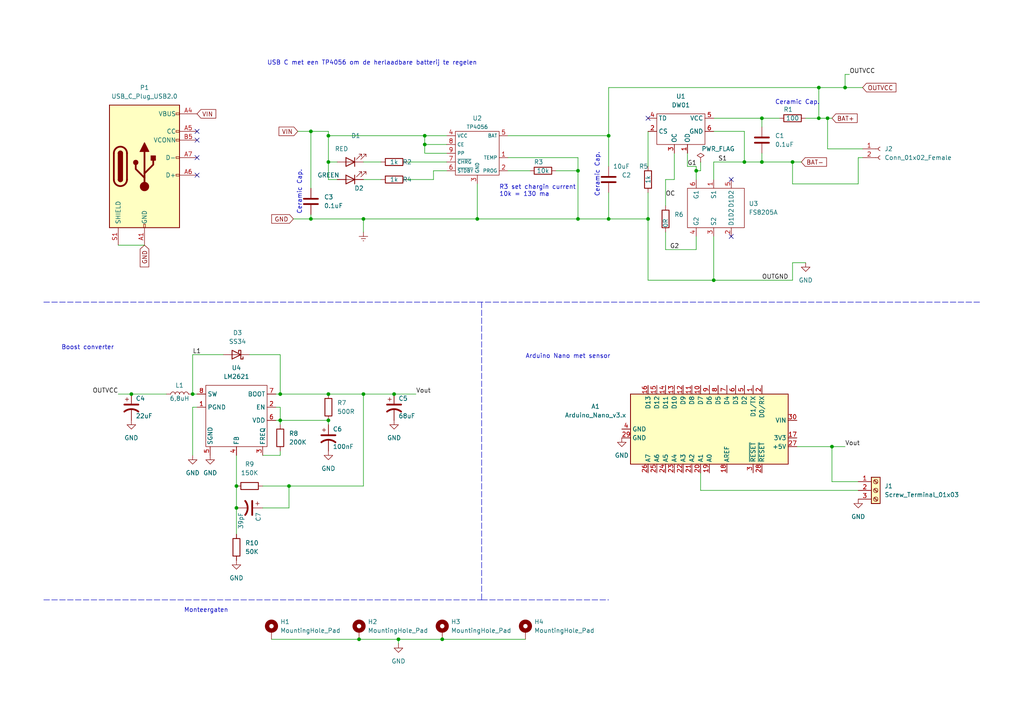
<source format=kicad_sch>
(kicad_sch (version 20211123) (generator eeschema)
  (paper "A4")
  (lib_symbols
    (symbol "Connector:Conn_01x02_Female" (pin_names (offset 1.016) hide)
      (property "Reference" "J" (at 0 2.54 0))
      (property "Value" "Conn_01x02_Female" (at 0 -5.08 0))
      (symbol "Conn_01x02_Female_1_1"
        (arc (start 0 -2.032) (mid -0.508 -2.54) (end 0 -3.048) (stroke (width 0.1524)))
        (polyline (pts (xy -1.27 -2.54) (xy -0.508 -2.54)) (stroke (width 0.1524)))
        (polyline (pts (xy -1.27 0) (xy -0.508 0)) (stroke (width 0.1524)))
        (arc (start 0 0.508) (mid -0.508 0) (end 0 -0.508) (stroke (width 0.1524)))
        (pin passive line (at -5.08 0 0) (length 3.81) (name "Pin_1") (number "1"))
        (pin passive line (at -5.08 -2.54 0) (length 3.81) (name "Pin_2") (number "2"))
      )
    )
    (symbol "Connector:Screw_Terminal_01x03" (pin_names (offset 1.016) hide)
      (property "Reference" "J" (at 0 5.08 0))
      (property "Value" "Screw_Terminal_01x03" (at 0 -5.08 0))
      (symbol "Screw_Terminal_01x03_1_1"
        (rectangle (start -1.27 3.81) (end 1.27 -3.81) (stroke (width 0.254)) (fill (type background)))
        (circle (center 0 -2.54) (radius 0.635) (stroke (width 0.1524)))
        (polyline (pts (xy -0.5334 -2.2098) (xy 0.3302 -3.048)) (stroke (width 0.1524)))
        (polyline (pts (xy -0.5334 0.3302) (xy 0.3302 -0.508)) (stroke (width 0.1524)))
        (polyline (pts (xy -0.5334 2.8702) (xy 0.3302 2.032)) (stroke (width 0.1524)))
        (polyline (pts (xy -0.3556 -2.032) (xy 0.508 -2.8702)) (stroke (width 0.1524)))
        (polyline (pts (xy -0.3556 0.508) (xy 0.508 -0.3302)) (stroke (width 0.1524)))
        (polyline (pts (xy -0.3556 3.048) (xy 0.508 2.2098)) (stroke (width 0.1524)))
        (circle (center 0 0) (radius 0.635) (stroke (width 0.1524)))
        (circle (center 0 2.54) (radius 0.635) (stroke (width 0.1524)))
        (pin passive line (at -5.08 2.54 0) (length 3.81) (name "Pin_1") (number "1"))
        (pin passive line (at -5.08 0 0) (length 3.81) (name "Pin_2") (number "2"))
        (pin passive line (at -5.08 -2.54 0) (length 3.81) (name "Pin_3") (number "3"))
      )
    )
    (symbol "Connector:USB_C_Plug_USB2.0" (pin_names (offset 1.016))
      (property "Reference" "P" (at -10.16 19.05 0))
      (property "Value" "USB_C_Plug_USB2.0" (at 12.7 19.05 0))
      (symbol "USB_C_Plug_USB2.0_0_0"
        (rectangle (start -0.254 -17.78) (end 0.254 -16.764))
        (rectangle (start 10.16 -2.286) (end 9.144 -2.794))
        (rectangle (start 10.16 2.794) (end 9.144 2.286))
        (rectangle (start 10.16 7.874) (end 9.144 7.366))
        (rectangle (start 10.16 10.414) (end 9.144 9.906))
        (rectangle (start 10.16 15.494) (end 9.144 14.986))
      )
      (symbol "USB_C_Plug_USB2.0_0_1"
        (rectangle (start -10.16 17.78) (end 10.16 -17.78) (stroke (width 0.254)) (fill (type background)))
        (arc (start -8.89 -3.81) (mid -6.985 -5.715) (end -5.08 -3.81) (stroke (width 0.508)))
        (arc (start -7.62 -3.81) (mid -6.985 -4.445) (end -6.35 -3.81) (stroke (width 0.254)))
        (arc (start -7.62 -3.81) (mid -6.985 -4.445) (end -6.35 -3.81) (stroke (width 0.254)) (fill (type outline)))
        (rectangle (start -7.62 -3.81) (end -6.35 3.81) (stroke (width 0.254)) (fill (type outline)))
        (arc (start -6.35 3.81) (mid -6.985 4.445) (end -7.62 3.81) (stroke (width 0.254)))
        (arc (start -6.35 3.81) (mid -6.985 4.445) (end -7.62 3.81) (stroke (width 0.254)) (fill (type outline)))
        (arc (start -5.08 3.81) (mid -6.985 5.715) (end -8.89 3.81) (stroke (width 0.508)))
        (circle (center -2.54 1.143) (radius 0.635) (stroke (width 0.254)) (fill (type outline)))
        (circle (center 0 -5.842) (radius 1.27) (fill (type outline)))
        (polyline (pts (xy -8.89 -3.81) (xy -8.89 3.81)) (stroke (width 0.508)))
        (polyline (pts (xy -5.08 3.81) (xy -5.08 -3.81)) (stroke (width 0.508)))
        (polyline (pts (xy 0 -5.842) (xy 0 4.318)) (stroke (width 0.508)))
        (polyline (pts (xy 0 -3.302) (xy -2.54 -0.762) (xy -2.54 0.508)) (stroke (width 0.508)))
        (polyline (pts (xy 0 -2.032) (xy 2.54 0.508) (xy 2.54 1.778)) (stroke (width 0.508)))
        (polyline (pts (xy -1.27 4.318) (xy 0 6.858) (xy 1.27 4.318) (xy -1.27 4.318)) (stroke (width 0.254)) (fill (type outline)))
        (rectangle (start 1.905 1.778) (end 3.175 3.048) (stroke (width 0.254)) (fill (type outline)))
      )
      (symbol "USB_C_Plug_USB2.0_1_1"
        (pin passive line (at 0 -22.86 90) (length 5.08) (name "GND") (number "A1"))
        (pin passive line (at 0 -22.86 90) (length 5.08) hide (name "GND") (number "A12"))
        (pin passive line (at 15.24 15.24 180) (length 5.08) (name "VBUS") (number "A4"))
        (pin bidirectional line (at 15.24 10.16 180) (length 5.08) (name "CC") (number "A5"))
        (pin bidirectional line (at 15.24 -2.54 180) (length 5.08) (name "D+") (number "A6"))
        (pin bidirectional line (at 15.24 2.54 180) (length 5.08) (name "D-") (number "A7"))
        (pin passive line (at 15.24 15.24 180) (length 5.08) hide (name "VBUS") (number "A9"))
        (pin passive line (at 0 -22.86 90) (length 5.08) hide (name "GND") (number "B1"))
        (pin passive line (at 0 -22.86 90) (length 5.08) hide (name "GND") (number "B12"))
        (pin passive line (at 15.24 15.24 180) (length 5.08) hide (name "VBUS") (number "B4"))
        (pin bidirectional line (at 15.24 7.62 180) (length 5.08) (name "VCONN") (number "B5"))
        (pin passive line (at 15.24 15.24 180) (length 5.08) hide (name "VBUS") (number "B9"))
        (pin passive line (at -7.62 -22.86 90) (length 5.08) (name "SHIELD") (number "S1"))
      )
    )
    (symbol "Device:C" (pin_numbers hide) (pin_names (offset 0.254))
      (property "Reference" "C" (at 0.635 2.54 0))
      (property "Value" "C" (at 0.635 -2.54 0))
      (symbol "C_0_1"
        (polyline (pts (xy -2.032 -0.762) (xy 2.032 -0.762)) (stroke (width 0.508)))
        (polyline (pts (xy -2.032 0.762) (xy 2.032 0.762)) (stroke (width 0.508)))
      )
      (symbol "C_1_1"
        (pin passive line (at 0 3.81 270) (length 2.794) (name "~") (number "1"))
        (pin passive line (at 0 -3.81 90) (length 2.794) (name "~") (number "2"))
      )
    )
    (symbol "Device:C_Polarized_US" (pin_numbers hide) (pin_names (offset 0.254) hide)
      (property "Reference" "C" (at 0.635 2.54 0))
      (property "Value" "C_Polarized_US" (at 0.635 -2.54 0))
      (symbol "C_Polarized_US_0_1"
        (polyline (pts (xy -2.032 0.762) (xy 2.032 0.762)) (stroke (width 0.508)))
        (polyline (pts (xy -1.778 2.286) (xy -0.762 2.286)))
        (polyline (pts (xy -1.27 1.778) (xy -1.27 2.794)))
        (arc (start 2.032 -1.27) (mid 0 -0.5572) (end -2.032 -1.27) (stroke (width 0.508)))
      )
      (symbol "C_Polarized_US_1_1"
        (pin passive line (at 0 3.81 270) (length 2.794) (name "~") (number "1"))
        (pin passive line (at 0 -3.81 90) (length 3.302) (name "~") (number "2"))
      )
    )
    (symbol "Device:D_Schottky" (pin_numbers hide) (pin_names (offset 1.016) hide)
      (property "Reference" "D" (at 0 2.54 0))
      (property "Value" "D_Schottky" (at 0 -2.54 0))
      (symbol "D_Schottky_0_1"
        (polyline (pts (xy 1.27 0) (xy -1.27 0)))
        (polyline (pts (xy 1.27 1.27) (xy 1.27 -1.27) (xy -1.27 0) (xy 1.27 1.27)) (stroke (width 0.254)))
        (polyline (pts (xy -1.905 0.635) (xy -1.905 1.27) (xy -1.27 1.27) (xy -1.27 -1.27) (xy -0.635 -1.27) (xy -0.635 -0.635)) (stroke (width 0.254)))
      )
      (symbol "D_Schottky_1_1"
        (pin passive line (at -3.81 0 0) (length 2.54) (name "K") (number "1"))
        (pin passive line (at 3.81 0 180) (length 2.54) (name "A") (number "2"))
      )
    )
    (symbol "Device:L" (pin_numbers hide) (pin_names (offset 1.016) hide)
      (property "Reference" "L" (at -1.27 0 90))
      (property "Value" "L" (at 1.905 0 90))
      (symbol "L_0_1"
        (arc (start 0 -2.54) (mid 0.635 -1.905) (end 0 -1.27))
        (arc (start 0 -1.27) (mid 0.635 -0.635) (end 0 0))
        (arc (start 0 0) (mid 0.635 0.635) (end 0 1.27))
        (arc (start 0 1.27) (mid 0.635 1.905) (end 0 2.54))
      )
      (symbol "L_1_1"
        (pin passive line (at 0 3.81 270) (length 1.27) (name "1") (number "1"))
        (pin passive line (at 0 -3.81 90) (length 1.27) (name "2") (number "2"))
      )
    )
    (symbol "Device:LED" (pin_numbers hide) (pin_names (offset 1.016) hide)
      (property "Reference" "D" (at 0 2.54 0))
      (property "Value" "LED" (at 0 -2.54 0))
      (symbol "LED_0_1"
        (polyline (pts (xy -1.27 -1.27) (xy -1.27 1.27)) (stroke (width 0.254)))
        (polyline (pts (xy -1.27 0) (xy 1.27 0)))
        (polyline (pts (xy 1.27 -1.27) (xy 1.27 1.27) (xy -1.27 0) (xy 1.27 -1.27)) (stroke (width 0.254)))
        (polyline (pts (xy -3.048 -0.762) (xy -4.572 -2.286) (xy -3.81 -2.286) (xy -4.572 -2.286) (xy -4.572 -1.524)))
        (polyline (pts (xy -1.778 -0.762) (xy -3.302 -2.286) (xy -2.54 -2.286) (xy -3.302 -2.286) (xy -3.302 -1.524)))
      )
      (symbol "LED_1_1"
        (pin passive line (at -3.81 0 0) (length 2.54) (name "K") (number "1"))
        (pin passive line (at 3.81 0 180) (length 2.54) (name "A") (number "2"))
      )
    )
    (symbol "Device:R" (pin_numbers hide) (pin_names (offset 0))
      (property "Reference" "R" (at 2.032 0 90))
      (property "Value" "R" (at 0 0 90))
      (symbol "R_0_1"
        (rectangle (start -1.016 -2.54) (end 1.016 2.54) (stroke (width 0.254)))
      )
      (symbol "R_1_1"
        (pin passive line (at 0 3.81 270) (length 1.27) (name "~") (number "1"))
        (pin passive line (at 0 -3.81 90) (length 1.27) (name "~") (number "2"))
      )
    )
    (symbol "MCU_Module:Arduino_Nano_v3.x"
      (property "Reference" "A" (at -10.16 23.495 0))
      (property "Value" "Arduino_Nano_v3.x" (at 5.08 -24.13 0))
      (symbol "Arduino_Nano_v3.x_0_1"
        (rectangle (start -10.16 22.86) (end 10.16 -22.86) (stroke (width 0.254)) (fill (type background)))
      )
      (symbol "Arduino_Nano_v3.x_1_1"
        (pin bidirectional line (at -12.7 12.7 0) (length 2.54) (name "D1/TX") (number "1"))
        (pin bidirectional line (at -12.7 -2.54 0) (length 2.54) (name "D7") (number "10"))
        (pin bidirectional line (at -12.7 -5.08 0) (length 2.54) (name "D8") (number "11"))
        (pin bidirectional line (at -12.7 -7.62 0) (length 2.54) (name "D9") (number "12"))
        (pin bidirectional line (at -12.7 -10.16 0) (length 2.54) (name "D10") (number "13"))
        (pin bidirectional line (at -12.7 -12.7 0) (length 2.54) (name "D11") (number "14"))
        (pin bidirectional line (at -12.7 -15.24 0) (length 2.54) (name "D12") (number "15"))
        (pin bidirectional line (at -12.7 -17.78 0) (length 2.54) (name "D13") (number "16"))
        (pin power_out line (at 2.54 25.4 270) (length 2.54) (name "3V3") (number "17"))
        (pin input line (at 12.7 5.08 180) (length 2.54) (name "AREF") (number "18"))
        (pin bidirectional line (at 12.7 0 180) (length 2.54) (name "A0") (number "19"))
        (pin bidirectional line (at -12.7 15.24 0) (length 2.54) (name "D0/RX") (number "2"))
        (pin bidirectional line (at 12.7 -2.54 180) (length 2.54) (name "A1") (number "20"))
        (pin bidirectional line (at 12.7 -5.08 180) (length 2.54) (name "A2") (number "21"))
        (pin bidirectional line (at 12.7 -7.62 180) (length 2.54) (name "A3") (number "22"))
        (pin bidirectional line (at 12.7 -10.16 180) (length 2.54) (name "A4") (number "23"))
        (pin bidirectional line (at 12.7 -12.7 180) (length 2.54) (name "A5") (number "24"))
        (pin bidirectional line (at 12.7 -15.24 180) (length 2.54) (name "A6") (number "25"))
        (pin bidirectional line (at 12.7 -17.78 180) (length 2.54) (name "A7") (number "26"))
        (pin power_out line (at 5.08 25.4 270) (length 2.54) (name "+5V") (number "27"))
        (pin input line (at 12.7 15.24 180) (length 2.54) (name "~{RESET}") (number "28"))
        (pin power_in line (at 2.54 -25.4 90) (length 2.54) (name "GND") (number "29"))
        (pin input line (at 12.7 12.7 180) (length 2.54) (name "~{RESET}") (number "3"))
        (pin power_in line (at -2.54 25.4 270) (length 2.54) (name "VIN") (number "30"))
        (pin power_in line (at 0 -25.4 90) (length 2.54) (name "GND") (number "4"))
        (pin bidirectional line (at -12.7 10.16 0) (length 2.54) (name "D2") (number "5"))
        (pin bidirectional line (at -12.7 7.62 0) (length 2.54) (name "D3") (number "6"))
        (pin bidirectional line (at -12.7 5.08 0) (length 2.54) (name "D4") (number "7"))
        (pin bidirectional line (at -12.7 2.54 0) (length 2.54) (name "D5") (number "8"))
        (pin bidirectional line (at -12.7 0 0) (length 2.54) (name "D6") (number "9"))
      )
    )
    (symbol "Mechanical:MountingHole_Pad" (pin_numbers hide) (pin_names (offset 1.016) hide)
      (property "Reference" "H" (at 0 6.35 0))
      (property "Value" "MountingHole_Pad" (at 0 4.445 0))
      (symbol "MountingHole_Pad_0_1"
        (circle (center 0 1.27) (radius 1.27) (stroke (width 1.27)))
      )
      (symbol "MountingHole_Pad_1_1"
        (pin input line (at 0 -2.54 90) (length 2.54) (name "1") (number "1"))
      )
    )
    (symbol "biosensor_lib:LM2621"
      (property "Reference" "U" (at 0 10.16 0))
      (property "Value" "LM2621" (at 0 -1.27 0))
      (symbol "LM2621_0_1"
        (rectangle (start -8.89 8.89) (end 8.89 -8.89))
      )
      (symbol "LM2621_1_1"
        (pin input line (at -11.43 2.54 0) (length 2.54) (name "PGND") (number "1"))
        (pin input line (at 11.43 2.54 180) (length 2.54) (name "EN") (number "2"))
        (pin input line (at 7.62 -11.43 90) (length 2.54) (name "FREQ") (number "3"))
        (pin input line (at 0 -11.43 90) (length 2.54) (name "FB") (number "4"))
        (pin input line (at -7.62 -11.43 90) (length 2.54) (name "SGND") (number "5"))
        (pin input line (at 11.43 -1.27 180) (length 2.54) (name "VDD") (number "6"))
        (pin input line (at 11.43 6.35 180) (length 2.54) (name "BOOT") (number "7"))
        (pin input line (at -11.43 6.35 0) (length 2.54) (name "SW") (number "8"))
      )
    )
    (symbol "dw01:DW01"
      (property "Reference" "U" (at 1.27 10.16 0))
      (property "Value" "DW01" (at 11.43 10.16 0))
      (symbol "DW01_0_1"
        (rectangle (start 0 8.89) (end 13.97 0))
      )
      (symbol "DW01_1_1"
        (pin input line (at 8.89 -2.54 90) (length 2.54) (name "OD") (number "1"))
        (pin input line (at -2.54 3.81 0) (length 2.54) (name "CS") (number "2"))
        (pin input line (at 5.08 -2.54 90) (length 2.54) (name "OC") (number "3"))
        (pin input line (at -2.54 7.62 0) (length 2.54) (name "TD") (number "4"))
        (pin input line (at 16.51 7.62 180) (length 2.54) (name "VCC") (number "5"))
        (pin input line (at 16.51 3.81 180) (length 2.54) (name "GND") (number "6"))
      )
    )
    (symbol "fs8205:FS8205A"
      (property "Reference" "U" (at 1.27 5.08 0))
      (property "Value" "FS8205A" (at -1.27 8.89 90))
      (symbol "FS8205A_0_1"
        (rectangle (start 0 11.43) (end 16.51 0))
      )
      (symbol "FS8205A_1_1"
        (pin input line (at 7.62 13.97 270) (length 2.54) (name "S1") (number "1"))
        (pin input line (at 12.7 -2.54 90) (length 2.54) (name "D1D2") (number "2"))
        (pin input line (at 7.62 -2.54 90) (length 2.54) (name "S2") (number "3"))
        (pin input line (at 2.54 -2.54 90) (length 2.54) (name "G2") (number "4"))
        (pin input line (at 12.7 13.97 270) (length 2.54) (name "D1D2") (number "5"))
        (pin input line (at 2.54 13.97 270) (length 2.54) (name "G1") (number "6"))
      )
    )
    (symbol "power:Earth" (power) (pin_names (offset 0))
      (symbol "Earth_0_1"
        (polyline (pts (xy -0.635 -1.905) (xy 0.635 -1.905)))
        (polyline (pts (xy -0.127 -2.54) (xy 0.127 -2.54)))
        (polyline (pts (xy 0 -1.27) (xy 0 0)))
        (polyline (pts (xy 1.27 -1.27) (xy -1.27 -1.27)))
      )
      (symbol "Earth_1_1"
        (pin power_in line (at 0 0 270) (length 0) hide (name "Earth") (number "1"))
      )
    )
    (symbol "power:GND" (power) (pin_names (offset 0))
      (property "Value" "GND" (at 0 -3.81 0))
      (symbol "GND_0_1"
        (polyline (pts (xy 0 0) (xy 0 -1.27) (xy 1.27 -1.27) (xy 0 -2.54) (xy -1.27 -1.27) (xy 0 -1.27)))
      )
      (symbol "GND_1_1"
        (pin power_in line (at 0 0 270) (length 0) hide (name "GND") (number "1"))
      )
    )
    (symbol "power:PWR_FLAG" (power) (pin_numbers hide) (pin_names (offset 0) hide)
      (property "Value" "PWR_FLAG" (at 0 3.81 0))
      (symbol "PWR_FLAG_0_0"
        (pin power_out line (at 0 0 90) (length 0) (name "pwr") (number "1"))
      )
      (symbol "PWR_FLAG_0_1"
        (polyline (pts (xy 0 0) (xy 0 1.27) (xy -1.016 1.905) (xy 0 2.54) (xy 1.016 1.905) (xy 0 1.27)))
      )
    )
    (symbol "tp4056:TP4056"
      (property "Reference" "U" (at 1.27 13.97 0))
      (property "Value" "TP4056" (at 8.89 13.97 0))
      (symbol "TP4056_0_1"
        (rectangle (start 0 12.7) (end 12.7 0))
      )
      (symbol "TP4056_1_1"
        (pin input line (at 15.24 5.08 180) (length 2.54) (name "TEMP") (number "1"))
        (pin input line (at 15.24 1.27 180) (length 2.54) (name "PROG") (number "2"))
        (pin input line (at 6.35 -2.54 90) (length 2.54) (name "GND") (number "3"))
        (pin input line (at -2.54 11.43 0) (length 2.54) (name "VCC") (number "4"))
        (pin input line (at 15.24 11.43 180) (length 2.54) (name "BAT") (number "5"))
        (pin input line (at -2.54 1.27 0) (length 2.54) (name "~{STDBY}") (number "6"))
        (pin input line (at -2.54 3.81 0) (length 2.54) (name "~{CHRG}") (number "7"))
        (pin input line (at -2.54 8.89 0) (length 2.54) (name "CE") (number "8"))
        (pin input line (at -2.54 6.35 0) (length 2.54) (name "PP") (number "9"))
      )
    )
  )
  (junction (at 38.1 114.3))
  (junction (at 104.14 185.42))
  (junction (at 81.28 121.92))
  (junction (at 167.64 63.5))
  (junction (at 229.87 46.99))
  (junction (at 220.98 46.99))
  (junction (at 95.25 114.3))
  (junction (at 240.03 34.29))
  (junction (at 83.82 140.97))
  (junction (at 237.49 34.29))
  (junction (at 81.28 114.3))
  (junction (at 90.17 63.5))
  (junction (at 68.58 140.97))
  (junction (at 123.19 41.91))
  (junction (at 105.41 63.5))
  (junction (at 128.27 185.42))
  (junction (at 241.3 129.54))
  (junction (at 138.43 63.5))
  (junction (at 176.53 63.5))
  (junction (at 220.98 34.29))
  (junction (at 123.19 39.37))
  (junction (at 105.41 114.3))
  (junction (at 201.93 49.53))
  (junction (at 207.01 81.28))
  (junction (at 237.49 25.4))
  (junction (at 115.57 185.42))
  (junction (at 55.88 114.3))
  (junction (at 68.58 147.32))
  (junction (at 215.9 46.99))
  (junction (at 95.25 46.99))
  (junction (at 167.64 49.53))
  (junction (at 90.17 38.1))
  (junction (at 245.11 25.4))
  (junction (at 114.3 114.3))
  (junction (at 176.53 39.37))
  (junction (at 95.25 121.92))
  (junction (at 95.25 39.37))
  (junction (at 187.96 63.5))
  (no_connect (at 212.09 68.58))
  (no_connect (at 57.15 38.1))
  (no_connect (at 187.96 34.29))
  (no_connect (at 57.15 45.72))
  (no_connect (at 57.15 50.8))
  (no_connect (at 212.09 52.07))
  (no_connect (at 57.15 40.64))
  (wire (pts (xy 97.79 52.07) (xy 95.25 52.07)))
  (wire (pts (xy 68.58 147.32) (xy 68.58 154.94)))
  (wire (pts (xy 55.88 118.11) (xy 57.15 118.11)))
  (wire (pts (xy 115.57 185.42) (xy 128.27 185.42)))
  (wire (pts (xy 220.98 34.29) (xy 226.06 34.29)))
  (wire (pts (xy 201.93 72.39) (xy 201.93 68.58)))
  (polyline (pts (xy 12.7 173.99) (xy 139.7 173.99)))
  (wire (pts (xy 90.17 62.23) (xy 90.17 63.5)))
  (wire (pts (xy 195.58 52.07) (xy 193.04 52.07)))
  (wire (pts (xy 237.49 25.4) (xy 237.49 34.29)))
  (wire (pts (xy 147.32 39.37) (xy 176.53 39.37)))
  (wire (pts (xy 207.01 34.29) (xy 220.98 34.29)))
  (wire (pts (xy 129.54 44.45) (xy 123.19 44.45)))
  (wire (pts (xy 195.58 44.45) (xy 195.58 52.07)))
  (wire (pts (xy 161.29 49.53) (xy 167.64 49.53)))
  (wire (pts (xy 241.3 139.7) (xy 248.92 139.7)))
  (wire (pts (xy 95.25 38.1) (xy 95.25 39.37)))
  (wire (pts (xy 123.19 41.91) (xy 123.19 44.45)))
  (wire (pts (xy 105.41 52.07) (xy 110.49 52.07)))
  (wire (pts (xy 203.2 137.16) (xy 203.2 142.24)))
  (wire (pts (xy 90.17 38.1) (xy 90.17 54.61)))
  (wire (pts (xy 237.49 34.29) (xy 240.03 34.29)))
  (wire (pts (xy 199.39 44.45) (xy 199.39 48.26)))
  (wire (pts (xy 233.68 34.29) (xy 237.49 34.29)))
  (wire (pts (xy 240.03 34.29) (xy 241.3 34.29)))
  (wire (pts (xy 123.19 39.37) (xy 129.54 39.37)))
  (wire (pts (xy 193.04 67.31) (xy 193.04 72.39)))
  (wire (pts (xy 245.11 25.4) (xy 250.19 25.4)))
  (wire (pts (xy 105.41 46.99) (xy 110.49 46.99)))
  (wire (pts (xy 176.53 63.5) (xy 187.96 63.5)))
  (wire (pts (xy 95.25 46.99) (xy 97.79 46.99)))
  (wire (pts (xy 176.53 25.4) (xy 237.49 25.4)))
  (wire (pts (xy 176.53 25.4) (xy 176.53 39.37)))
  (wire (pts (xy 76.2 147.32) (xy 83.82 147.32)))
  (wire (pts (xy 167.64 63.5) (xy 176.53 63.5)))
  (wire (pts (xy 220.98 44.45) (xy 220.98 46.99)))
  (wire (pts (xy 215.9 46.99) (xy 220.98 46.99)))
  (wire (pts (xy 48.26 114.3) (xy 38.1 114.3)))
  (wire (pts (xy 199.39 48.26) (xy 201.93 48.26)))
  (wire (pts (xy 187.96 55.88) (xy 187.96 63.5)))
  (wire (pts (xy 86.36 38.1) (xy 90.17 38.1)))
  (wire (pts (xy 81.28 132.08) (xy 81.28 130.81)))
  (wire (pts (xy 245.11 21.59) (xy 246.38 21.59)))
  (wire (pts (xy 207.01 68.58) (xy 207.01 81.28)))
  (wire (pts (xy 83.82 140.97) (xy 105.41 140.97)))
  (wire (pts (xy 114.3 114.3) (xy 120.65 114.3)))
  (wire (pts (xy 80.01 118.11) (xy 81.28 118.11)))
  (wire (pts (xy 95.25 114.3) (xy 105.41 114.3)))
  (wire (pts (xy 207.01 46.99) (xy 215.9 46.99)))
  (wire (pts (xy 241.3 129.54) (xy 241.3 139.7)))
  (wire (pts (xy 68.58 140.97) (xy 68.58 147.32)))
  (wire (pts (xy 125.73 52.07) (xy 118.11 52.07)))
  (wire (pts (xy 203.2 46.99) (xy 203.2 49.53)))
  (polyline (pts (xy 12.7 87.63) (xy 284.48 87.63)))
  (wire (pts (xy 95.25 39.37) (xy 123.19 39.37)))
  (wire (pts (xy 176.53 39.37) (xy 176.53 48.26)))
  (wire (pts (xy 83.82 140.97) (xy 83.82 147.32)))
  (wire (pts (xy 80.01 114.3) (xy 81.28 114.3)))
  (wire (pts (xy 229.87 46.99) (xy 229.87 53.34)))
  (wire (pts (xy 95.25 46.99) (xy 95.25 39.37)))
  (wire (pts (xy 81.28 102.87) (xy 72.39 102.87)))
  (wire (pts (xy 167.64 45.72) (xy 167.64 49.53)))
  (wire (pts (xy 138.43 63.5) (xy 167.64 63.5)))
  (wire (pts (xy 220.98 34.29) (xy 220.98 36.83)))
  (wire (pts (xy 147.32 45.72) (xy 167.64 45.72)))
  (wire (pts (xy 95.25 52.07) (xy 95.25 46.99)))
  (wire (pts (xy 34.29 71.12) (xy 41.91 71.12)))
  (wire (pts (xy 76.2 132.08) (xy 81.28 132.08)))
  (wire (pts (xy 147.32 49.53) (xy 153.67 49.53)))
  (wire (pts (xy 105.41 114.3) (xy 105.41 140.97)))
  (wire (pts (xy 207.01 38.1) (xy 215.9 38.1)))
  (wire (pts (xy 207.01 81.28) (xy 229.87 81.28)))
  (wire (pts (xy 138.43 53.34) (xy 138.43 63.5)))
  (wire (pts (xy 248.92 45.72) (xy 250.19 45.72)))
  (wire (pts (xy 215.9 38.1) (xy 215.9 46.99)))
  (wire (pts (xy 240.03 34.29) (xy 240.03 43.18)))
  (wire (pts (xy 115.57 185.42) (xy 115.57 186.69)))
  (polyline (pts (xy 139.7 173.99) (xy 176.53 173.99)))
  (wire (pts (xy 187.96 38.1) (xy 187.96 48.26)))
  (wire (pts (xy 207.01 52.07) (xy 207.01 46.99)))
  (wire (pts (xy 104.14 185.42) (xy 115.57 185.42)))
  (wire (pts (xy 123.19 41.91) (xy 129.54 41.91)))
  (wire (pts (xy 245.11 21.59) (xy 245.11 25.4)))
  (wire (pts (xy 90.17 63.5) (xy 105.41 63.5)))
  (wire (pts (xy 187.96 63.5) (xy 187.96 81.28)))
  (wire (pts (xy 187.96 81.28) (xy 207.01 81.28)))
  (wire (pts (xy 81.28 121.92) (xy 95.25 121.92)))
  (wire (pts (xy 68.58 132.08) (xy 68.58 140.97)))
  (wire (pts (xy 55.88 132.08) (xy 55.88 118.11)))
  (wire (pts (xy 78.74 185.42) (xy 104.14 185.42)))
  (wire (pts (xy 248.92 53.34) (xy 248.92 45.72)))
  (wire (pts (xy 125.73 49.53) (xy 125.73 52.07)))
  (wire (pts (xy 123.19 39.37) (xy 123.19 41.91)))
  (wire (pts (xy 237.49 25.4) (xy 245.11 25.4)))
  (wire (pts (xy 105.41 114.3) (xy 114.3 114.3)))
  (wire (pts (xy 34.29 114.3) (xy 38.1 114.3)))
  (wire (pts (xy 85.09 63.5) (xy 90.17 63.5)))
  (wire (pts (xy 201.93 49.53) (xy 201.93 52.07)))
  (wire (pts (xy 55.88 114.3) (xy 57.15 114.3)))
  (wire (pts (xy 76.2 140.97) (xy 83.82 140.97)))
  (wire (pts (xy 105.41 63.5) (xy 105.41 67.31)))
  (wire (pts (xy 81.28 123.19) (xy 81.28 121.92)))
  (wire (pts (xy 81.28 114.3) (xy 95.25 114.3)))
  (polyline (pts (xy 139.7 87.63) (xy 139.7 173.99)))
  (wire (pts (xy 129.54 49.53) (xy 125.73 49.53)))
  (wire (pts (xy 229.87 53.34) (xy 248.92 53.34)))
  (wire (pts (xy 193.04 52.07) (xy 193.04 59.69)))
  (wire (pts (xy 81.28 118.11) (xy 81.28 121.92)))
  (wire (pts (xy 241.3 129.54) (xy 245.11 129.54)))
  (wire (pts (xy 229.87 76.2) (xy 233.68 76.2)))
  (wire (pts (xy 80.01 121.92) (xy 81.28 121.92)))
  (wire (pts (xy 193.04 72.39) (xy 201.93 72.39)))
  (wire (pts (xy 203.2 142.24) (xy 248.92 142.24)))
  (wire (pts (xy 55.88 114.3) (xy 55.88 102.87)))
  (wire (pts (xy 105.41 63.5) (xy 138.43 63.5)))
  (wire (pts (xy 81.28 114.3) (xy 81.28 102.87)))
  (wire (pts (xy 203.2 49.53) (xy 201.93 49.53)))
  (wire (pts (xy 201.93 48.26) (xy 201.93 49.53)))
  (wire (pts (xy 231.14 129.54) (xy 241.3 129.54)))
  (wire (pts (xy 176.53 55.88) (xy 176.53 63.5)))
  (wire (pts (xy 250.19 43.18) (xy 240.03 43.18)))
  (wire (pts (xy 118.11 46.99) (xy 129.54 46.99)))
  (wire (pts (xy 229.87 46.99) (xy 232.41 46.99)))
  (wire (pts (xy 220.98 46.99) (xy 229.87 46.99)))
  (wire (pts (xy 167.64 49.53) (xy 167.64 63.5)))
  (wire (pts (xy 229.87 76.2) (xy 229.87 81.28)))
  (wire (pts (xy 55.88 102.87) (xy 64.77 102.87)))
  (wire (pts (xy 90.17 38.1) (xy 95.25 38.1)))
  (wire (pts (xy 95.25 121.92) (xy 95.25 123.19)))
  (wire (pts (xy 128.27 185.42) (xy 152.4 185.42)))
  (text "R3 set chargin current\n10k = 130 ma" (at 144.78 57.15 0) (effects (font (size 1.27 1.27)) (justify left bottom)))
  (text "Boost converter\n" (at 17.78 101.6 0) (effects (font (size 1.27 1.27)) (justify left bottom)))
  (text "Arduino Nano met sensor" (at 152.4 104.14 0) (effects (font (size 1.27 1.27)) (justify left bottom)))
  (text "Ceramic Cap." (at 224.79 30.48 0) (effects (font (size 1.27 1.27)) (justify left bottom)))
  (text "Ceramic Cap." (at 173.99 57.15 90) (effects (font (size 1.27 1.27)) (justify left bottom)))
  (text "Monteergaten" (at 53.34 177.8 0) (effects (font (size 1.27 1.27)) (justify left bottom)))
  (text "Ceramic Cap." (at 87.63 62.23 90) (effects (font (size 1.27 1.27)) (justify left bottom)))
  (text "USB C met een TP4056 om de herlaadbare batterij te regelen" (at 77.47 19.05 0) (effects (font (size 1.27 1.27)) (justify left bottom)))
  (label "OC" (at 193.04 57.15 0))
  (label "L1" (at 55.88 102.87 0))
  (label "Vout" (at 245.11 129.54 0))
  (label "G2" (at 194.31 72.39 0))
  (label "OUTGND" (at 220.98 81.28 0))
  (label "OUTVCC" (at 246.38 21.59 0))
  (label "Vout" (at 120.65 114.3 0))
  (label "G1" (at 199.39 48.26 0))
  (label "OUTVCC" (at 34.29 114.3 180))
  (label "S1" (at 208.28 46.99 0))
  (global_label "GND" (shape input) (at 85.09 63.5 180) (property "Intersheet References" "${INTERSHEET_REFS}" (effects hide)))
  (global_label "VIN" (shape input) (at 86.36 38.1 180) (property "Intersheet References" "${INTERSHEET_REFS}" (effects hide)))
  (global_label "BAT+" (shape input) (at 241.3 34.29 0) (property "Intersheet References" "${INTERSHEET_REFS}" (effects hide)))
  (global_label "OUTVCC" (shape input) (at 250.19 25.4 0) (property "Intersheet References" "${INTERSHEET_REFS}" (effects hide)))
  (global_label "BAT-" (shape input) (at 232.41 46.99 0) (property "Intersheet References" "${INTERSHEET_REFS}" (effects hide)))
  (global_label "VIN" (shape input) (at 57.15 33.02 0) (property "Intersheet References" "${INTERSHEET_REFS}" (effects hide)))
  (global_label "GND" (shape input) (at 41.91 71.12 270) (property "Intersheet References" "${INTERSHEET_REFS}" (effects hide)))
  (symbol (lib_id "Mechanical:MountingHole_Pad") (at 104.14 182.88 0) (unit 1)
    (property "Reference" "H2" (at 106.68 180.3399 0) (effects (justify left)))
    (property "Value" "MountingHole_Pad" (at 106.68 182.8799 0) (effects (justify left)))
    (property "Footprint" "MountingHole:MountingHole_2.7mm_Pad_Via" (effects hide))
  )
  (symbol (lib_id "Connector:USB_C_Plug_USB2.0") (at 41.91 48.26 0) (unit 1)
    (property "Reference" "P1" (at 41.91 25.4 0))
    (property "Value" "USB_C_Plug_USB2.0" (at 41.91 27.94 0))
    (property "Footprint" "Connector_USB:USB_C_Receptacle_HRO_TYPE-C-31-M-12" (effects hide))
    (property "Datasheet" "https://www.usb.org/sites/default/files/documents/usb_type-c.zip" (effects hide))
  )
  (symbol (lib_id "Device:D_Schottky") (at 68.58 102.87 180) (unit 1)
    (property "Reference" "D3" (at 68.8975 96.52 0))
    (property "Value" "SS34" (at 68.8975 99.06 0))
    (property "Footprint" "Diode_SMD:D_SMA_Handsoldering" (effects hide))
  )
  (symbol (lib_id "power:Earth") (at 105.41 67.31 0) (unit 1)
    (property "Reference" "#PWR0104" (effects hide))
    (property "Value" "Earth" (effects hide))
  )
  (symbol (lib_id "Device:L") (at 52.07 114.3 90) (unit 1)
    (property "Reference" "L1" (at 52.07 111.76 90))
    (property "Value" "6,8uH" (at 52.07 115.57 90))
    (property "Footprint" "Inductor_SMD:L_12x12mm_H8mm" (effects hide))
  )
  (symbol (lib_id "Connector:Conn_01x02_Female") (at 255.27 43.18 0) (unit 1)
    (property "Reference" "J2" (at 256.54 43.1799 0) (effects (justify left)))
    (property "Value" "Conn_01x02_Female" (at 256.54 45.7199 0) (effects (justify left)))
    (property "Footprint" "Connector_Molex:Molex_PicoBlade_53048-0210_1x02_P1.25mm_Horizontal" (effects hide))
  )
  (symbol (lib_id "Device:R") (at 95.25 118.11 0) (unit 1)
    (property "Reference" "R7" (at 97.79 116.8399 0) (effects (justify left)))
    (property "Value" "500R" (at 97.79 119.3799 0) (effects (justify left)))
    (property "Footprint" "Resistor_SMD:R_0603_1608Metric" (effects hide))
  )
  (symbol (lib_id "Device:R") (at 81.28 127 0) (unit 1)
    (property "Reference" "R8" (at 83.82 125.7299 0) (effects (justify left)))
    (property "Value" "200K" (at 83.82 128.2699 0) (effects (justify left)))
    (property "Footprint" "Resistor_SMD:R_0603_1608Metric" (effects hide))
  )
  (symbol (lib_id "Device:C_Polarized_US") (at 72.39 147.32 270) (unit 1)
    (property "Reference" "C7" (at 74.93 148.59 0) (effects (justify left)))
    (property "Value" "39pF" (at 69.85 148.59 0) (effects (justify left)))
    (property "Footprint" "Capacitor_SMD:C_0805_2012Metric_Pad1.18x1.45mm_HandSolder" (effects hide))
  )
  (symbol (lib_id "Device:C_Polarized_US") (at 114.3 118.11 0) (unit 1)
    (property "Reference" "C5" (at 115.57 115.57 0) (effects (justify left)))
    (property "Value" "68uF" (at 115.57 120.65 0) (effects (justify left)))
    (property "Footprint" "Capacitor_SMD:C_2225_5664Metric_Pad1.80x6.60mm_HandSolder" (effects hide))
  )
  (symbol (lib_id "Mechanical:MountingHole_Pad") (at 152.4 182.88 0) (unit 1)
    (property "Reference" "H4" (at 154.94 180.3399 0) (effects (justify left)))
    (property "Value" "MountingHole_Pad" (at 154.94 182.8799 0) (effects (justify left)))
    (property "Footprint" "MountingHole:MountingHole_2.7mm_Pad_Via" (effects hide))
  )
  (symbol (lib_id "dw01:DW01") (at 190.5 41.91 0) (unit 1)
    (property "Reference" "U1" (at 197.485 27.94 0))
    (property "Value" "DW01" (at 197.485 30.48 0))
    (property "Footprint" "Package_TO_SOT_SMD:SOT-23-6_Handsoldering" (effects hide))
  )
  (symbol (lib_id "Device:C_Polarized_US") (at 95.25 127 0) (unit 1)
    (property "Reference" "C6" (at 96.52 124.46 0) (effects (justify left)))
    (property "Value" "100nF" (at 96.52 129.54 0) (effects (justify left)))
    (property "Footprint" "Capacitor_SMD:C_0603_1608Metric_Pad1.08x0.95mm_HandSolder" (effects hide))
  )
  (symbol (lib_id "power:GND") (at 95.25 130.81 0) (unit 1)
    (property "Reference" "#PWR0107" (effects hide))
    (property "Value" "GND" (at 95.25 135.89 0))
  )
  (symbol (lib_id "power:GND") (at 233.68 76.2 0) (unit 1)
    (property "Reference" "#PWR0103" (effects hide))
    (property "Value" "GND" (at 233.68 81.28 0))
  )
  (symbol (lib_id "power:GND") (at 55.88 132.08 0) (mirror y) (unit 1)
    (property "Reference" "#PWR0109" (effects hide))
    (property "Value" "GND" (at 55.88 137.16 0))
  )
  (symbol (lib_id "Device:LED") (at 101.6 46.99 180) (unit 1)
    (property "Reference" "D1" (at 103.1875 39.37 0))
    (property "Value" "RED" (at 99.06 43.18 0))
    (property "Footprint" "LED_SMD:LED_0805_2012Metric_Pad1.15x1.40mm_HandSolder" (effects hide))
  )
  (symbol (lib_id "Device:R") (at 68.58 158.75 0) (unit 1)
    (property "Reference" "R10" (at 71.12 157.4799 0) (effects (justify left)))
    (property "Value" "50K" (at 71.12 160.0199 0) (effects (justify left)))
    (property "Footprint" "Resistor_SMD:R_0603_1608Metric" (effects hide))
  )
  (symbol (lib_id "tp4056:TP4056") (at 132.08 50.8 0) (unit 1)
    (property "Reference" "U2" (at 138.43 34.29 0))
    (property "Value" "TP4056" (at 138.43 36.83 0) (effects (font (size 1.1 1.1))))
    (property "Footprint" "Package_SO:SOIC-8-1EP_3.9x4.9mm_P1.27mm_EP2.29x3mm" (effects hide))
  )
  (symbol (lib_id "Device:R") (at 114.3 46.99 90) (unit 1)
    (property "Reference" "R2" (at 118.11 46.99 90))
    (property "Value" "1k" (at 114.3 46.99 90))
    (property "Footprint" "Resistor_SMD:R_0603_1608Metric_Pad0.98x0.95mm_HandSolder" (effects hide))
  )
  (symbol (lib_id "power:PWR_FLAG") (at 203.2 46.99 0) (unit 1)
    (property "Reference" "#FLG0101" (effects hide))
    (property "Value" "PWR_FLAG" (at 208.28 43.18 0))
  )
  (symbol (lib_id "Device:R") (at 72.39 140.97 90) (unit 1)
    (property "Reference" "R9" (at 72.39 134.62 90))
    (property "Value" "150K" (at 72.39 137.16 90))
    (property "Footprint" "Resistor_SMD:R_0805_2012Metric_Pad1.20x1.40mm_HandSolder" (effects hide))
  )
  (symbol (lib_id "biosensor_lib:LM2621") (at 68.58 120.65 0) (unit 1)
    (property "Reference" "U4" (at 68.58 106.68 0))
    (property "Value" "LM2621" (at 68.58 109.22 0))
    (property "Footprint" "Package_SO:VSSOP-8_3.0x3.0mm_P0.65mm" (effects hide))
  )
  (symbol (lib_id "Device:C") (at 176.53 52.07 0) (unit 1)
    (property "Reference" "C2" (at 180.34 50.7999 0) (effects (justify left)))
    (property "Value" "10uF" (at 177.8 48.26 0) (effects (justify left)))
    (property "Footprint" "Capacitor_SMD:C_0805_2012Metric_Pad1.18x1.45mm_HandSolder" (effects hide))
  )
  (symbol (lib_id "Device:R") (at 193.04 63.5 0) (unit 1)
    (property "Reference" "R6" (at 195.58 62.2299 0) (effects (justify left)))
    (property "Value" "0R" (at 193.04 66.04 90) (effects (justify left)))
    (property "Footprint" "Resistor_SMD:R_1206_3216Metric_Pad1.30x1.75mm_HandSolder" (effects hide))
  )
  (symbol (lib_id "power:GND") (at 115.57 186.69 0) (unit 1)
    (property "Reference" "#PWR0111" (effects hide))
    (property "Value" "GND" (at 115.57 191.77 0))
  )
  (symbol (lib_id "Device:R") (at 157.48 49.53 90) (unit 1)
    (property "Reference" "R3" (at 156.21 46.99 90))
    (property "Value" "10k" (at 157.48 49.53 90))
    (property "Footprint" "Resistor_SMD:R_0805_2012Metric_Pad1.20x1.40mm_HandSolder" (effects hide))
  )
  (symbol (lib_id "Device:C_Polarized_US") (at 38.1 118.11 0) (unit 1)
    (property "Reference" "C4" (at 39.37 115.57 0) (effects (justify left)))
    (property "Value" "22uF" (at 39.37 120.65 0) (effects (justify left)))
    (property "Footprint" "Capacitor_SMD:C_2225_5664Metric_Pad1.80x6.60mm_HandSolder" (effects hide))
  )
  (symbol (lib_id "power:GND") (at 68.58 162.56 0) (unit 1)
    (property "Reference" "#PWR0105" (effects hide))
    (property "Value" "GND" (at 68.58 167.64 0))
  )
  (symbol (lib_id "power:GND") (at 114.3 121.92 0) (unit 1)
    (property "Reference" "#PWR0106" (effects hide))
    (property "Value" "GND" (at 114.3 127 0))
  )
  (symbol (lib_id "power:GND") (at 38.1 121.92 0) (unit 1)
    (property "Reference" "#PWR0110" (effects hide))
    (property "Value" "GND" (at 38.1 127 0))
  )
  (symbol (lib_id "Device:R") (at 229.87 34.29 270) (unit 1)
    (property "Reference" "R1" (at 228.6 31.75 90))
    (property "Value" "100" (at 229.87 34.29 90))
    (property "Footprint" "Resistor_SMD:R_0805_2012Metric_Pad1.20x1.40mm_HandSolder" (effects hide))
  )
  (symbol (lib_id "Device:R") (at 114.3 52.07 90) (unit 1)
    (property "Reference" "R4" (at 118.11 52.07 90))
    (property "Value" "1k" (at 114.3 52.07 90))
    (property "Footprint" "Resistor_SMD:R_0603_1608Metric_Pad0.98x0.95mm_HandSolder" (effects hide))
  )
  (symbol (lib_id "Device:R") (at 187.96 52.07 180) (unit 1)
    (property "Reference" "R5" (at 186.69 48.26 0))
    (property "Value" "1k" (at 187.96 52.07 90))
    (property "Footprint" "Resistor_SMD:R_0603_1608Metric_Pad0.98x0.95mm_HandSolder" (effects hide))
  )
  (symbol (lib_id "Mechanical:MountingHole_Pad") (at 78.74 182.88 0) (unit 1)
    (property "Reference" "H1" (at 81.28 180.3399 0) (effects (justify left)))
    (property "Value" "MountingHole_Pad" (at 81.28 182.8799 0) (effects (justify left)))
    (property "Footprint" "MountingHole:MountingHole_2.7mm_Pad_Via" (effects hide))
  )
  (symbol (lib_id "power:GND") (at 60.96 132.08 0) (unit 1)
    (property "Reference" "#PWR0108" (effects hide))
    (property "Value" "GND" (at 60.96 137.16 0))
  )
  (symbol (lib_id "power:GND") (at 180.34 127 0) (unit 1)
    (property "Reference" "#PWR0102" (effects hide))
    (property "Value" "GND" (at 180.34 132.08 0))
  )
  (symbol (lib_id "Connector:Screw_Terminal_01x03") (at 254 142.24 0) (unit 1)
    (property "Reference" "J1" (at 256.54 140.9699 0) (effects (justify left)))
    (property "Value" "Screw_Terminal_01x03" (at 256.54 143.5099 0) (effects (justify left)))
    (property "Footprint" "TerminalBlock:TerminalBlock_bornier-3_P5.08mm" (effects hide))
  )
  (symbol (lib_id "power:GND") (at 248.92 144.78 0) (unit 1)
    (property "Reference" "#PWR0101" (effects hide))
    (property "Value" "GND" (at 248.92 149.86 0))
  )
  (symbol (lib_id "Device:C") (at 220.98 40.64 0) (unit 1)
    (property "Reference" "C1" (at 224.79 39.3699 0) (effects (justify left)))
    (property "Value" "0.1uF" (at 224.79 41.9099 0) (effects (justify left)))
    (property "Footprint" "Capacitor_SMD:C_0805_2012Metric_Pad1.18x1.45mm_HandSolder" (effects hide))
  )
  (symbol (lib_id "Device:C") (at 90.17 58.42 0) (unit 1)
    (property "Reference" "C3" (at 93.98 57.1499 0) (effects (justify left)))
    (property "Value" "0.1uF" (at 93.98 59.6899 0) (effects (justify left)))
    (property "Footprint" "Capacitor_SMD:C_0805_2012Metric_Pad1.18x1.45mm_HandSolder" (effects hide))
  )
  (symbol (lib_id "fs8205:FS8205A") (at 199.39 66.04 0) (unit 1)
    (property "Reference" "U3" (at 217.17 59.0549 0) (effects (justify left)))
    (property "Value" "FS8205A" (at 217.17 61.5949 0) (effects (justify left)))
    (property "Footprint" "Package_TO_SOT_SMD:SOT-23-6_Handsoldering" (effects hide))
  )
  (symbol (lib_id "Device:LED") (at 101.6 52.07 180) (unit 1)
    (property "Reference" "D2" (at 104.14 54.61 0))
    (property "Value" "GREEN" (at 95.25 50.8 0))
    (property "Footprint" "LED_SMD:LED_0805_2012Metric_Pad1.15x1.40mm_HandSolder" (effects hide))
  )
  (symbol (lib_id "MCU_Module:Arduino_Nano_v3.x") (at 205.74 124.46 270) (unit 1)
    (property "Reference" "A1" (at 172.72 117.8812 90))
    (property "Value" "Arduino_Nano_v3.x" (at 172.72 120.4212 90))
    (property "Footprint" "Module:Arduino_Nano" (effects hide))
    (property "Datasheet" "http://www.mouser.com/pdfdocs/Gravitech_Arduino_Nano3_0.pdf" (effects hide))
  )
  (symbol (lib_id "Mechanical:MountingHole_Pad") (at 128.27 182.88 0) (unit 1)
    (property "Reference" "H3" (at 130.81 180.3399 0) (effects (justify left)))
    (property "Value" "MountingHole_Pad" (at 130.81 182.8799 0) (effects (justify left)))
    (property "Footprint" "MountingHole:MountingHole_2.7mm_Pad_Via" (effects hide))
  )
)
</source>
